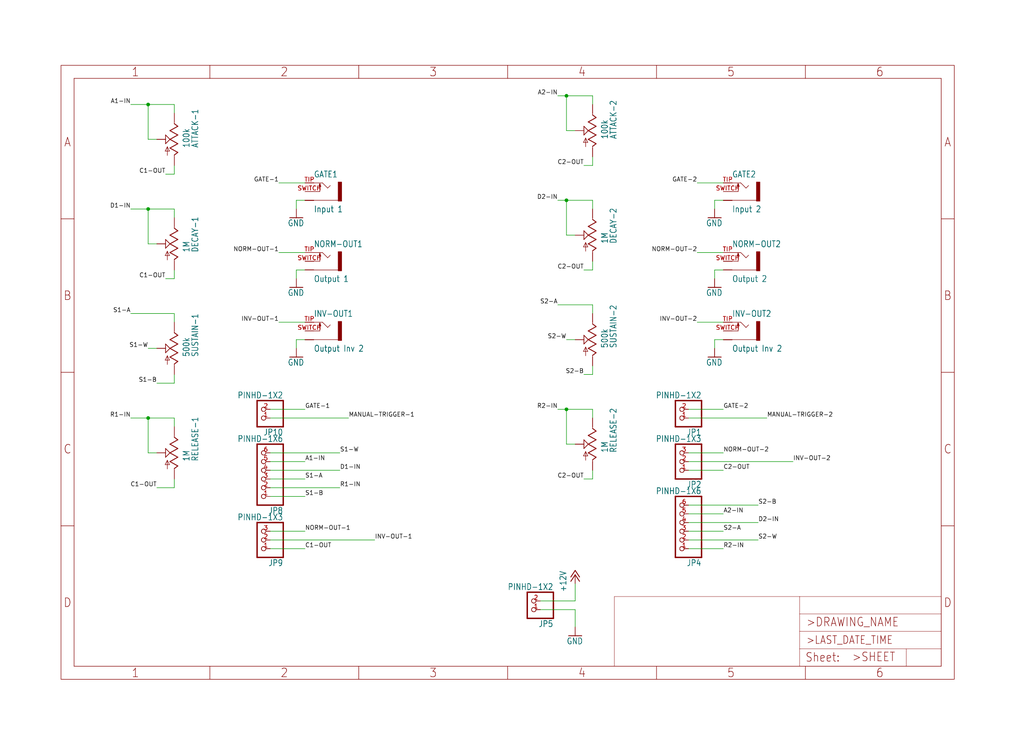
<source format=kicad_sch>
(kicad_sch (version 20211123) (generator eeschema)
  (paper "User" 298.45 217.881)
  (lib_symbols
    (symbol "ioboard-eagle-import:+12V" (power)
      (property "Value" "+12V" (at -2.54 -5.08 90))
      (symbol "+12V_1_0"
        (polyline (pts (xy 0 0) (xy -1.27 -1.905)) (stroke (width 0.254)))
        (polyline (pts (xy 0 1.27) (xy -1.27 -0.635)) (stroke (width 0.254)))
        (polyline (pts (xy 1.27 -1.905) (xy 0 0)) (stroke (width 0.254)))
        (polyline (pts (xy 1.27 -0.635) (xy 0 1.27)) (stroke (width 0.254)))
        (pin power_in line (at 0 -2.54 90) (length 2.54) (name "+12V") (number "1"))
      )
    )
    (symbol "ioboard-eagle-import:A4L-LOC"
      (symbol "A4L-LOC_0_0"
        (polyline (pts (xy 0 44.7675) (xy 3.81 44.7675)))
        (polyline (pts (xy 0 89.535) (xy 3.81 89.535)))
        (polyline (pts (xy 0 134.3025) (xy 3.81 134.3025)))
        (polyline (pts (xy 3.81 3.81) (xy 3.81 175.26)))
        (polyline (pts (xy 43.3917 0) (xy 43.3917 3.81)))
        (polyline (pts (xy 43.3917 175.26) (xy 43.3917 179.07)))
        (polyline (pts (xy 86.7833 0) (xy 86.7833 3.81)))
        (polyline (pts (xy 86.7833 175.26) (xy 86.7833 179.07)))
        (polyline (pts (xy 130.175 0) (xy 130.175 3.81)))
        (polyline (pts (xy 130.175 175.26) (xy 130.175 179.07)))
        (polyline (pts (xy 173.5667 0) (xy 173.5667 3.81)))
        (polyline (pts (xy 173.5667 175.26) (xy 173.5667 179.07)))
        (polyline (pts (xy 216.9583 0) (xy 216.9583 3.81)))
        (polyline (pts (xy 216.9583 175.26) (xy 216.9583 179.07)))
        (polyline (pts (xy 256.54 3.81) (xy 3.81 3.81)))
        (polyline (pts (xy 256.54 3.81) (xy 256.54 175.26)))
        (polyline (pts (xy 256.54 44.7675) (xy 260.35 44.7675)))
        (polyline (pts (xy 256.54 89.535) (xy 260.35 89.535)))
        (polyline (pts (xy 256.54 134.3025) (xy 260.35 134.3025)))
        (polyline (pts (xy 256.54 175.26) (xy 3.81 175.26)))
        (polyline (pts (xy 0 0) (xy 260.35 0) (xy 260.35 179.07) (xy 0 179.07) (xy 0 0)))
        (text "1" (at 21.6958 1.905 0) (effects (font (size 2.54 2.286))))
        (text "1" (at 21.6958 177.165 0) (effects (font (size 2.54 2.286))))
        (text "2" (at 65.0875 1.905 0) (effects (font (size 2.54 2.286))))
        (text "2" (at 65.0875 177.165 0) (effects (font (size 2.54 2.286))))
        (text "3" (at 108.4792 1.905 0) (effects (font (size 2.54 2.286))))
        (text "3" (at 108.4792 177.165 0) (effects (font (size 2.54 2.286))))
        (text "4" (at 151.8708 1.905 0) (effects (font (size 2.54 2.286))))
        (text "4" (at 151.8708 177.165 0) (effects (font (size 2.54 2.286))))
        (text "5" (at 195.2625 1.905 0) (effects (font (size 2.54 2.286))))
        (text "5" (at 195.2625 177.165 0) (effects (font (size 2.54 2.286))))
        (text "6" (at 238.6542 1.905 0) (effects (font (size 2.54 2.286))))
        (text "6" (at 238.6542 177.165 0) (effects (font (size 2.54 2.286))))
        (text "A" (at 1.905 156.6863 0) (effects (font (size 2.54 2.286))))
        (text "A" (at 258.445 156.6863 0) (effects (font (size 2.54 2.286))))
        (text "B" (at 1.905 111.9188 0) (effects (font (size 2.54 2.286))))
        (text "B" (at 258.445 111.9188 0) (effects (font (size 2.54 2.286))))
        (text "C" (at 1.905 67.1513 0) (effects (font (size 2.54 2.286))))
        (text "C" (at 258.445 67.1513 0) (effects (font (size 2.54 2.286))))
        (text "D" (at 1.905 22.3838 0) (effects (font (size 2.54 2.286))))
        (text "D" (at 258.445 22.3838 0) (effects (font (size 2.54 2.286))))
      )
      (symbol "A4L-LOC_1_0"
        (polyline (pts (xy 161.29 3.81) (xy 161.29 24.13)) (stroke (width 0.1016)))
        (polyline (pts (xy 161.29 24.13) (xy 215.265 24.13)) (stroke (width 0.1016)))
        (polyline (pts (xy 215.265 8.89) (xy 215.265 3.81)) (stroke (width 0.1016)))
        (polyline (pts (xy 215.265 8.89) (xy 215.265 13.97)) (stroke (width 0.1016)))
        (polyline (pts (xy 215.265 13.97) (xy 215.265 19.05)) (stroke (width 0.1016)))
        (polyline (pts (xy 215.265 13.97) (xy 256.54 13.97)) (stroke (width 0.1016)))
        (polyline (pts (xy 215.265 19.05) (xy 215.265 24.13)) (stroke (width 0.1016)))
        (polyline (pts (xy 215.265 19.05) (xy 256.54 19.05)) (stroke (width 0.1016)))
        (polyline (pts (xy 215.265 24.13) (xy 256.54 24.13)) (stroke (width 0.1016)))
        (polyline (pts (xy 246.38 3.81) (xy 246.38 8.89)) (stroke (width 0.1016)))
        (polyline (pts (xy 246.38 8.89) (xy 215.265 8.89)) (stroke (width 0.1016)))
        (polyline (pts (xy 246.38 8.89) (xy 256.54 8.89)) (stroke (width 0.1016)))
        (polyline (pts (xy 256.54 3.81) (xy 256.54 8.89)) (stroke (width 0.1016)))
        (polyline (pts (xy 256.54 8.89) (xy 256.54 13.97)) (stroke (width 0.1016)))
        (polyline (pts (xy 256.54 13.97) (xy 256.54 19.05)) (stroke (width 0.1016)))
        (polyline (pts (xy 256.54 19.05) (xy 256.54 24.13)) (stroke (width 0.1016)))
        (text ">DRAWING_NAME" (at 217.17 15.24 0) (effects (font (size 2.54 2.159)) (justify left bottom)))
        (text ">LAST_DATE_TIME" (at 217.17 10.16 0) (effects (font (size 2.286 1.9431)) (justify left bottom)))
        (text ">SHEET" (at 230.505 5.08 0) (effects (font (size 2.54 2.159)) (justify left bottom)))
        (text "Sheet:" (at 216.916 4.953 0) (effects (font (size 2.54 2.159)) (justify left bottom)))
      )
    )
    (symbol "ioboard-eagle-import:ALPHA-9MMA"
      (property "Reference" "R" (at -5.08 -2.54 90))
      (property "Value" "ALPHA-9MMA" (at -2.54 -2.54 90))
      (symbol "ALPHA-9MMA_1_0"
        (polyline (pts (xy -1.016 -3.81) (xy 1.27 -2.54)) (stroke (width 0.254)))
        (polyline (pts (xy -1.016 -1.27) (xy 1.27 0)) (stroke (width 0.254)))
        (polyline (pts (xy -1.016 1.27) (xy 1.27 2.54)) (stroke (width 0.254)))
        (polyline (pts (xy -1.016 3.81) (xy 0 4.572)) (stroke (width 0.254)))
        (polyline (pts (xy 0 -5.08) (xy 0 -4.572)) (stroke (width 0.1524)))
        (polyline (pts (xy 0 -4.572) (xy -1.016 -3.81)) (stroke (width 0.254)))
        (polyline (pts (xy 0 4.572) (xy 0 5.08)) (stroke (width 0.1524)))
        (polyline (pts (xy 1.27 -2.54) (xy -1.016 -1.27)) (stroke (width 0.254)))
        (polyline (pts (xy 1.27 0) (xy -1.016 1.27)) (stroke (width 0.254)))
        (polyline (pts (xy 1.27 0) (xy 2.54 1.27)) (stroke (width 0.2032)))
        (polyline (pts (xy 1.27 2.54) (xy -1.016 3.81)) (stroke (width 0.254)))
        (polyline (pts (xy 1.397 -3.429) (xy 2.032 -2.159)) (stroke (width 0.1524)))
        (polyline (pts (xy 2.032 -4.699) (xy 2.032 -2.159)) (stroke (width 0.1524)))
        (polyline (pts (xy 2.032 -2.159) (xy 2.667 -3.429)) (stroke (width 0.1524)))
        (polyline (pts (xy 2.54 -1.27) (xy 1.27 0)) (stroke (width 0.2032)))
        (polyline (pts (xy 2.54 1.27) (xy 2.54 -1.27)) (stroke (width 0.2032)))
        (polyline (pts (xy 2.667 -3.429) (xy 1.397 -3.429)) (stroke (width 0.1524)))
        (pin passive line (at 0 -7.62 90) (length 2.54) (name "A") (number "1"))
        (pin passive line (at 5.08 0 180) (length 2.54) (name "S") (number "2"))
        (pin passive line (at 0 7.62 270) (length 2.54) (name "E") (number "3"))
      )
    )
    (symbol "ioboard-eagle-import:GND" (power)
      (property "Value" "GND" (at -2.54 -2.54 0))
      (symbol "GND_1_0"
        (polyline (pts (xy -1.905 0) (xy 1.905 0)) (stroke (width 0.254)))
        (pin power_in line (at 0 2.54 270) (length 2.54) (name "GND") (number "1"))
      )
    )
    (symbol "ioboard-eagle-import:PINHD-1X2"
      (property "Reference" "JP" (at -6.35 5.715 0))
      (property "Value" "PINHD-1X2" (at -6.35 -5.08 0))
      (symbol "PINHD-1X2_1_0"
        (polyline (pts (xy -6.35 -2.54) (xy 1.27 -2.54)) (stroke (width 0.4064)))
        (polyline (pts (xy -6.35 5.08) (xy -6.35 -2.54)) (stroke (width 0.4064)))
        (polyline (pts (xy 1.27 -2.54) (xy 1.27 5.08)) (stroke (width 0.4064)))
        (polyline (pts (xy 1.27 5.08) (xy -6.35 5.08)) (stroke (width 0.4064)))
        (pin passive inverted (at -2.54 2.54 0) (length 2.54) (name "1") (number "1"))
        (pin passive inverted (at -2.54 0 0) (length 2.54) (name "2") (number "2"))
      )
    )
    (symbol "ioboard-eagle-import:PINHD-1X3"
      (property "Reference" "JP" (at -6.35 5.715 0))
      (property "Value" "PINHD-1X3" (at -6.35 -7.62 0))
      (symbol "PINHD-1X3_1_0"
        (polyline (pts (xy -6.35 -5.08) (xy 1.27 -5.08)) (stroke (width 0.4064)))
        (polyline (pts (xy -6.35 5.08) (xy -6.35 -5.08)) (stroke (width 0.4064)))
        (polyline (pts (xy 1.27 -5.08) (xy 1.27 5.08)) (stroke (width 0.4064)))
        (polyline (pts (xy 1.27 5.08) (xy -6.35 5.08)) (stroke (width 0.4064)))
        (pin passive inverted (at -2.54 2.54 0) (length 2.54) (name "1") (number "1"))
        (pin passive inverted (at -2.54 0 0) (length 2.54) (name "2") (number "2"))
        (pin passive inverted (at -2.54 -2.54 0) (length 2.54) (name "3") (number "3"))
      )
    )
    (symbol "ioboard-eagle-import:PINHD-1X6"
      (property "Reference" "JP" (at -6.35 10.795 0))
      (property "Value" "PINHD-1X6" (at -6.35 -10.16 0))
      (symbol "PINHD-1X6_1_0"
        (polyline (pts (xy -6.35 -7.62) (xy 1.27 -7.62)) (stroke (width 0.4064)))
        (polyline (pts (xy -6.35 10.16) (xy -6.35 -7.62)) (stroke (width 0.4064)))
        (polyline (pts (xy 1.27 -7.62) (xy 1.27 10.16)) (stroke (width 0.4064)))
        (polyline (pts (xy 1.27 10.16) (xy -6.35 10.16)) (stroke (width 0.4064)))
        (pin passive inverted (at -2.54 7.62 0) (length 2.54) (name "1") (number "1"))
        (pin passive inverted (at -2.54 5.08 0) (length 2.54) (name "2") (number "2"))
        (pin passive inverted (at -2.54 2.54 0) (length 2.54) (name "3") (number "3"))
        (pin passive inverted (at -2.54 0 0) (length 2.54) (name "4") (number "4"))
        (pin passive inverted (at -2.54 -2.54 0) (length 2.54) (name "5") (number "5"))
        (pin passive inverted (at -2.54 -5.08 0) (length 2.54) (name "6") (number "6"))
      )
    )
    (symbol "ioboard-eagle-import:PJ301BMPJ301BM"
      (property "Value" "PJ301BMPJ301BM" (at -2.54 -6.096 0))
      (symbol "PJ301BMPJ301BM_1_0"
        (polyline (pts (xy -2.54 -2.54) (xy 4.572 -2.54)) (stroke (width 0.1524)))
        (polyline (pts (xy -2.54 0) (xy -0.762 0)) (stroke (width 0.1524)))
        (polyline (pts (xy -2.54 2.54) (xy 0 2.54)) (stroke (width 0.1524)))
        (polyline (pts (xy -1.016 1.524) (xy -0.508 1.524)) (stroke (width 0.254)))
        (polyline (pts (xy -0.762 0) (xy -0.762 2.286)) (stroke (width 0.1524)))
        (polyline (pts (xy -0.762 2.286) (xy -1.016 1.524)) (stroke (width 0.254)))
        (polyline (pts (xy -0.508 1.524) (xy -0.762 2.286)) (stroke (width 0.254)))
        (polyline (pts (xy 0 2.54) (xy 1.524 1.016)) (stroke (width 0.1524)))
        (polyline (pts (xy 1.524 1.016) (xy 2.286 1.778)) (stroke (width 0.1524)))
        (rectangle (start 4.572 2.794) (end 5.588 -2.794) (fill (type outline)))
        (pin passive line (at -5.08 -2.54 0) (length 2.54) (name "5") (number "GND1"))
        (pin passive line (at -5.08 -2.54 0) (length 2.54) (name "5") (number "GND2"))
        (pin passive line (at -5.08 0 0) (length 2.54) (name "4") (number "SWITCH"))
        (pin passive line (at -5.08 2.54 0) (length 2.54) (name "3") (number "TIP"))
      )
    )
  )
  (junction (at 165.1 119.38))
  (junction (at 165.1 27.94))
  (junction (at 43.18 60.96))
  (junction (at 43.18 121.92))
  (junction (at 43.18 30.48))
  (junction (at 165.1 58.42))
  (wire (pts (xy 43.18 121.92) (xy 50.8 121.92)))
  (wire (pts (xy 172.72 91.44) (xy 172.72 88.9)))
  (wire (pts (xy 200.66 132.08) (xy 210.82 132.08)))
  (wire (pts (xy 78.74 132.08) (xy 99.06 132.08)))
  (wire (pts (xy 43.18 60.96) (xy 38.1 60.96)))
  (wire (pts (xy 88.9 73.66) (xy 81.28 73.66)))
  (wire (pts (xy 50.8 121.92) (xy 50.8 124.46)))
  (wire (pts (xy 78.74 119.38) (xy 88.9 119.38)))
  (wire (pts (xy 200.66 149.86) (xy 210.82 149.86)))
  (wire (pts (xy 208.28 60.96) (xy 208.28 58.42)))
  (wire (pts (xy 78.74 142.24) (xy 99.06 142.24)))
  (wire (pts (xy 45.72 40.64) (xy 43.18 40.64)))
  (wire (pts (xy 50.8 63.5) (xy 50.8 60.96)))
  (wire (pts (xy 200.66 119.38) (xy 210.82 119.38)))
  (wire (pts (xy 45.72 101.6) (xy 43.18 101.6)))
  (wire (pts (xy 86.36 58.42) (xy 88.9 58.42)))
  (wire (pts (xy 172.72 48.26) (xy 170.18 48.26)))
  (wire (pts (xy 157.48 175.26) (xy 167.64 175.26)))
  (wire (pts (xy 50.8 33.02) (xy 50.8 30.48)))
  (wire (pts (xy 165.1 129.54) (xy 165.1 119.38)))
  (wire (pts (xy 157.48 177.8) (xy 167.64 177.8)))
  (wire (pts (xy 50.8 48.26) (xy 50.8 50.8)))
  (wire (pts (xy 50.8 78.74) (xy 50.8 81.28)))
  (wire (pts (xy 50.8 81.28) (xy 48.26 81.28)))
  (wire (pts (xy 165.1 119.38) (xy 162.56 119.38)))
  (wire (pts (xy 86.36 99.06) (xy 88.9 99.06)))
  (wire (pts (xy 88.9 93.98) (xy 81.28 93.98)))
  (wire (pts (xy 165.1 27.94) (xy 162.56 27.94)))
  (wire (pts (xy 43.18 40.64) (xy 43.18 30.48)))
  (wire (pts (xy 50.8 30.48) (xy 43.18 30.48)))
  (wire (pts (xy 78.74 157.48) (xy 109.22 157.48)))
  (wire (pts (xy 50.8 60.96) (xy 43.18 60.96)))
  (wire (pts (xy 200.66 157.48) (xy 220.98 157.48)))
  (wire (pts (xy 78.74 160.02) (xy 88.9 160.02)))
  (wire (pts (xy 172.72 106.68) (xy 172.72 109.22)))
  (wire (pts (xy 167.64 129.54) (xy 165.1 129.54)))
  (wire (pts (xy 45.72 132.08) (xy 43.18 132.08)))
  (wire (pts (xy 78.74 134.62) (xy 88.9 134.62)))
  (wire (pts (xy 172.72 137.16) (xy 172.72 139.7)))
  (wire (pts (xy 210.82 93.98) (xy 203.2 93.98)))
  (wire (pts (xy 172.72 139.7) (xy 170.18 139.7)))
  (wire (pts (xy 43.18 71.12) (xy 43.18 60.96)))
  (wire (pts (xy 43.18 132.08) (xy 43.18 121.92)))
  (wire (pts (xy 200.66 134.62) (xy 231.14 134.62)))
  (wire (pts (xy 50.8 93.98) (xy 50.8 91.44)))
  (wire (pts (xy 167.64 175.26) (xy 167.64 170.18)))
  (wire (pts (xy 50.8 111.76) (xy 45.72 111.76)))
  (wire (pts (xy 200.66 152.4) (xy 220.98 152.4)))
  (wire (pts (xy 200.66 160.02) (xy 210.82 160.02)))
  (wire (pts (xy 50.8 142.24) (xy 45.72 142.24)))
  (wire (pts (xy 172.72 119.38) (xy 165.1 119.38)))
  (wire (pts (xy 200.66 154.94) (xy 210.82 154.94)))
  (wire (pts (xy 210.82 53.34) (xy 203.2 53.34)))
  (wire (pts (xy 208.28 101.6) (xy 208.28 99.06)))
  (wire (pts (xy 210.82 73.66) (xy 203.2 73.66)))
  (wire (pts (xy 50.8 109.22) (xy 50.8 111.76)))
  (wire (pts (xy 167.64 177.8) (xy 167.64 182.88)))
  (wire (pts (xy 172.72 58.42) (xy 165.1 58.42)))
  (wire (pts (xy 167.64 68.58) (xy 165.1 68.58)))
  (wire (pts (xy 172.72 76.2) (xy 172.72 78.74)))
  (wire (pts (xy 165.1 58.42) (xy 162.56 58.42)))
  (wire (pts (xy 165.1 38.1) (xy 165.1 27.94)))
  (wire (pts (xy 200.66 147.32) (xy 220.98 147.32)))
  (wire (pts (xy 50.8 91.44) (xy 38.1 91.44)))
  (wire (pts (xy 172.72 109.22) (xy 170.18 109.22)))
  (wire (pts (xy 78.74 144.78) (xy 88.9 144.78)))
  (wire (pts (xy 172.72 88.9) (xy 162.56 88.9)))
  (wire (pts (xy 165.1 68.58) (xy 165.1 58.42)))
  (wire (pts (xy 208.28 99.06) (xy 210.82 99.06)))
  (wire (pts (xy 200.66 121.92) (xy 223.52 121.92)))
  (wire (pts (xy 172.72 121.92) (xy 172.72 119.38)))
  (wire (pts (xy 78.74 139.7) (xy 88.9 139.7)))
  (wire (pts (xy 45.72 71.12) (xy 43.18 71.12)))
  (wire (pts (xy 200.66 137.16) (xy 210.82 137.16)))
  (wire (pts (xy 167.64 99.06) (xy 165.1 99.06)))
  (wire (pts (xy 43.18 30.48) (xy 38.1 30.48)))
  (wire (pts (xy 167.64 38.1) (xy 165.1 38.1)))
  (wire (pts (xy 86.36 81.28) (xy 86.36 78.74)))
  (wire (pts (xy 172.72 30.48) (xy 172.72 27.94)))
  (wire (pts (xy 86.36 101.6) (xy 86.36 99.06)))
  (wire (pts (xy 172.72 45.72) (xy 172.72 48.26)))
  (wire (pts (xy 78.74 121.92) (xy 101.6 121.92)))
  (wire (pts (xy 86.36 78.74) (xy 88.9 78.74)))
  (wire (pts (xy 172.72 60.96) (xy 172.72 58.42)))
  (wire (pts (xy 86.36 60.96) (xy 86.36 58.42)))
  (wire (pts (xy 78.74 154.94) (xy 88.9 154.94)))
  (wire (pts (xy 50.8 50.8) (xy 48.26 50.8)))
  (wire (pts (xy 43.18 121.92) (xy 38.1 121.92)))
  (wire (pts (xy 88.9 53.34) (xy 81.28 53.34)))
  (wire (pts (xy 172.72 78.74) (xy 170.18 78.74)))
  (wire (pts (xy 50.8 139.7) (xy 50.8 142.24)))
  (wire (pts (xy 208.28 81.28) (xy 208.28 78.74)))
  (wire (pts (xy 78.74 137.16) (xy 99.06 137.16)))
  (wire (pts (xy 208.28 58.42) (xy 210.82 58.42)))
  (wire (pts (xy 208.28 78.74) (xy 210.82 78.74)))
  (wire (pts (xy 172.72 27.94) (xy 165.1 27.94)))
  (label "R2-IN" (at 162.56 119.38 180) (effects (font (size 1.2446 1.2446))))
  (label "C1-OUT" (at 88.9 160.02 0) (effects (font (size 1.2446 1.2446))))
  (label "INV-OUT-1" (at 81.28 93.98 180) (effects (font (size 1.2446 1.2446))))
  (label "NORM-OUT-1" (at 88.9 154.94 0) (effects (font (size 1.2446 1.2446))))
  (label "S2-W" (at 220.98 157.48 0) (effects (font (size 1.2446 1.2446))))
  (label "A1-IN" (at 38.1 30.48 180) (effects (font (size 1.2446 1.2446))))
  (label "S1-B" (at 88.9 144.78 0) (effects (font (size 1.2446 1.2446))))
  (label "S2-A" (at 210.82 154.94 0) (effects (font (size 1.2446 1.2446))))
  (label "D1-IN" (at 99.06 137.16 0) (effects (font (size 1.2446 1.2446))))
  (label "MANUAL-TRIGGER-2" (at 223.52 121.92 0) (effects (font (size 1.2446 1.2446))))
  (label "NORM-OUT-2" (at 210.82 132.08 0) (effects (font (size 1.2446 1.2446))))
  (label "C2-OUT" (at 170.18 48.26 180) (effects (font (size 1.2446 1.2446))))
  (label "S2-A" (at 162.56 88.9 180) (effects (font (size 1.2446 1.2446))))
  (label "C2-OUT" (at 170.18 139.7 180) (effects (font (size 1.2446 1.2446))))
  (label "S2-B" (at 170.18 109.22 180) (effects (font (size 1.2446 1.2446))))
  (label "GATE-1" (at 81.28 53.34 180) (effects (font (size 1.2446 1.2446))))
  (label "R1-IN" (at 99.06 142.24 0) (effects (font (size 1.2446 1.2446))))
  (label "A2-IN" (at 162.56 27.94 180) (effects (font (size 1.2446 1.2446))))
  (label "INV-OUT-1" (at 109.22 157.48 0) (effects (font (size 1.2446 1.2446))))
  (label "A2-IN" (at 210.82 149.86 0) (effects (font (size 1.2446 1.2446))))
  (label "C1-OUT" (at 48.26 50.8 180) (effects (font (size 1.2446 1.2446))))
  (label "NORM-OUT-1" (at 81.28 73.66 180) (effects (font (size 1.2446 1.2446))))
  (label "NORM-OUT-2" (at 203.2 73.66 180) (effects (font (size 1.2446 1.2446))))
  (label "S1-W" (at 99.06 132.08 0) (effects (font (size 1.2446 1.2446))))
  (label "GATE-2" (at 210.82 119.38 0) (effects (font (size 1.2446 1.2446))))
  (label "R2-IN" (at 210.82 160.02 0) (effects (font (size 1.2446 1.2446))))
  (label "S1-A" (at 88.9 139.7 0) (effects (font (size 1.2446 1.2446))))
  (label "MANUAL-TRIGGER-1" (at 101.6 121.92 0) (effects (font (size 1.2446 1.2446))))
  (label "D1-IN" (at 38.1 60.96 180) (effects (font (size 1.2446 1.2446))))
  (label "A1-IN" (at 88.9 134.62 0) (effects (font (size 1.2446 1.2446))))
  (label "INV-OUT-2" (at 203.2 93.98 180) (effects (font (size 1.2446 1.2446))))
  (label "S2-W" (at 165.1 99.06 180) (effects (font (size 1.2446 1.2446))))
  (label "C2-OUT" (at 170.18 78.74 180) (effects (font (size 1.2446 1.2446))))
  (label "C1-OUT" (at 48.26 81.28 180) (effects (font (size 1.2446 1.2446))))
  (label "C2-OUT" (at 210.82 137.16 0) (effects (font (size 1.2446 1.2446))))
  (label "D2-IN" (at 220.98 152.4 0) (effects (font (size 1.2446 1.2446))))
  (label "INV-OUT-2" (at 231.14 134.62 0) (effects (font (size 1.2446 1.2446))))
  (label "GATE-1" (at 88.9 119.38 0) (effects (font (size 1.2446 1.2446))))
  (label "R1-IN" (at 38.1 121.92 180) (effects (font (size 1.2446 1.2446))))
  (label "D2-IN" (at 162.56 58.42 180) (effects (font (size 1.2446 1.2446))))
  (label "S1-A" (at 38.1 91.44 180) (effects (font (size 1.2446 1.2446))))
  (label "C1-OUT" (at 45.72 142.24 180) (effects (font (size 1.2446 1.2446))))
  (label "GATE-2" (at 203.2 53.34 180) (effects (font (size 1.2446 1.2446))))
  (label "S1-B" (at 45.72 111.76 180) (effects (font (size 1.2446 1.2446))))
  (label "S2-B" (at 220.98 147.32 0) (effects (font (size 1.2446 1.2446))))
  (label "S1-W" (at 43.18 101.6 180) (effects (font (size 1.2446 1.2446))))
  (symbol (lib_id "ioboard-eagle-import:GND") (at 208.28 63.5 0) (unit 1)
    (property "Reference" "#GND4" (effects hide))
    (property "Value" "GND" (at 205.74 66.04 0) (effects (font (size 1.778 1.5113)) (justify left bottom)))
    (property "Footprint" "ioboard:" (effects hide))
  )
  (symbol (lib_id "ioboard-eagle-import:PJ301BMPJ301BM") (at 93.98 55.88 0) (unit 1)
    (property "Reference" "GATE1" (at 91.44 51.816 0) (effects (font (size 1.778 1.5113)) (justify left bottom)))
    (property "Value" "Input 1" (at 91.44 61.976 0) (effects (font (size 1.778 1.5113)) (justify left bottom)))
    (property "Footprint" "ioboard:PJ301BM" (effects hide))
  )
  (symbol (lib_id "ioboard-eagle-import:GND") (at 86.36 63.5 0) (unit 1)
    (property "Reference" "#GND3" (effects hide))
    (property "Value" "GND" (at 83.82 66.04 0) (effects (font (size 1.778 1.5113)) (justify left bottom)))
    (property "Footprint" "ioboard:" (effects hide))
  )
  (symbol (lib_id "ioboard-eagle-import:GND") (at 208.28 83.82 0) (unit 1)
    (property "Reference" "#GND5" (effects hide))
    (property "Value" "GND" (at 205.74 86.36 0) (effects (font (size 1.778 1.5113)) (justify left bottom)))
    (property "Footprint" "ioboard:" (effects hide))
  )
  (symbol (lib_id "ioboard-eagle-import:GND") (at 167.64 185.42 0) (unit 1)
    (property "Reference" "#GND19" (effects hide))
    (property "Value" "GND" (at 165.1 187.96 0) (effects (font (size 1.778 1.5113)) (justify left bottom)))
    (property "Footprint" "ioboard:" (effects hide))
  )
  (symbol (lib_id "ioboard-eagle-import:PINHD-1X2") (at 154.94 175.26 180) (unit 1)
    (property "Reference" "JP5" (at 161.29 180.975 0) (effects (font (size 1.778 1.5113)) (justify left bottom)))
    (property "Value" "PINHD-1X2" (at 161.29 170.18 0) (effects (font (size 1.778 1.5113)) (justify left bottom)))
    (property "Footprint" "ioboard:1X02" (effects hide))
  )
  (symbol (lib_id "ioboard-eagle-import:ALPHA-9MMA") (at 50.8 132.08 0) (mirror y) (unit 1)
    (property "Reference" "RELEASE-1" (at 55.88 134.62 90) (effects (font (size 1.778 1.5113)) (justify left bottom)))
    (property "Value" "1M" (at 53.34 134.62 90) (effects (font (size 1.778 1.5113)) (justify left bottom)))
    (property "Footprint" "ioboard:EVUF" (effects hide))
  )
  (symbol (lib_id "ioboard-eagle-import:ALPHA-9MMA") (at 172.72 38.1 0) (mirror y) (unit 1)
    (property "Reference" "ATTACK-2" (at 177.8 40.64 90) (effects (font (size 1.778 1.5113)) (justify left bottom)))
    (property "Value" "100k" (at 175.26 40.64 90) (effects (font (size 1.778 1.5113)) (justify left bottom)))
    (property "Footprint" "ioboard:EVUF" (effects hide))
  )
  (symbol (lib_id "ioboard-eagle-import:ALPHA-9MMA") (at 50.8 101.6 0) (mirror y) (unit 1)
    (property "Reference" "SUSTAIN-1" (at 55.88 104.14 90) (effects (font (size 1.778 1.5113)) (justify left bottom)))
    (property "Value" "500k" (at 53.34 104.14 90) (effects (font (size 1.778 1.5113)) (justify left bottom)))
    (property "Footprint" "ioboard:EVUF" (effects hide))
  )
  (symbol (lib_id "ioboard-eagle-import:GND") (at 208.28 104.14 0) (unit 1)
    (property "Reference" "#GND6" (effects hide))
    (property "Value" "GND" (at 205.74 106.68 0) (effects (font (size 1.778 1.5113)) (justify left bottom)))
    (property "Footprint" "ioboard:" (effects hide))
  )
  (symbol (lib_id "ioboard-eagle-import:PINHD-1X2") (at 76.2 119.38 180) (unit 1)
    (property "Reference" "JP10" (at 82.55 125.095 0) (effects (font (size 1.778 1.5113)) (justify left bottom)))
    (property "Value" "PINHD-1X2" (at 82.55 114.3 0) (effects (font (size 1.778 1.5113)) (justify left bottom)))
    (property "Footprint" "ioboard:1X02" (effects hide))
  )
  (symbol (lib_id "ioboard-eagle-import:PINHD-1X3") (at 198.12 134.62 180) (unit 1)
    (property "Reference" "JP2" (at 204.47 140.335 0) (effects (font (size 1.778 1.5113)) (justify left bottom)))
    (property "Value" "PINHD-1X3" (at 204.47 127 0) (effects (font (size 1.778 1.5113)) (justify left bottom)))
    (property "Footprint" "ioboard:1X03" (effects hide))
  )
  (symbol (lib_id "ioboard-eagle-import:PINHD-1X6") (at 76.2 137.16 180) (unit 1)
    (property "Reference" "JP8" (at 82.55 147.955 0) (effects (font (size 1.778 1.5113)) (justify left bottom)))
    (property "Value" "PINHD-1X6" (at 82.55 127 0) (effects (font (size 1.778 1.5113)) (justify left bottom)))
    (property "Footprint" "ioboard:1X06" (effects hide))
  )
  (symbol (lib_id "ioboard-eagle-import:PJ301BMPJ301BM") (at 215.9 96.52 0) (unit 1)
    (property "Reference" "INV-OUT2" (at 213.36 92.456 0) (effects (font (size 1.778 1.5113)) (justify left bottom)))
    (property "Value" "Output Inv 2" (at 213.36 102.616 0) (effects (font (size 1.778 1.5113)) (justify left bottom)))
    (property "Footprint" "ioboard:PJ301BM" (effects hide))
  )
  (symbol (lib_id "ioboard-eagle-import:PINHD-1X2") (at 198.12 119.38 180) (unit 1)
    (property "Reference" "JP1" (at 204.47 125.095 0) (effects (font (size 1.778 1.5113)) (justify left bottom)))
    (property "Value" "PINHD-1X2" (at 204.47 114.3 0) (effects (font (size 1.778 1.5113)) (justify left bottom)))
    (property "Footprint" "ioboard:1X02" (effects hide))
  )
  (symbol (lib_id "ioboard-eagle-import:PINHD-1X3") (at 76.2 157.48 180) (unit 1)
    (property "Reference" "JP9" (at 82.55 163.195 0) (effects (font (size 1.778 1.5113)) (justify left bottom)))
    (property "Value" "PINHD-1X3" (at 82.55 149.86 0) (effects (font (size 1.778 1.5113)) (justify left bottom)))
    (property "Footprint" "ioboard:1X03" (effects hide))
  )
  (symbol (lib_id "ioboard-eagle-import:GND") (at 86.36 83.82 0) (unit 1)
    (property "Reference" "#GND2" (effects hide))
    (property "Value" "GND" (at 83.82 86.36 0) (effects (font (size 1.778 1.5113)) (justify left bottom)))
    (property "Footprint" "ioboard:" (effects hide))
  )
  (symbol (lib_id "ioboard-eagle-import:PINHD-1X6") (at 198.12 152.4 180) (unit 1)
    (property "Reference" "JP4" (at 204.47 163.195 0) (effects (font (size 1.778 1.5113)) (justify left bottom)))
    (property "Value" "PINHD-1X6" (at 204.47 142.24 0) (effects (font (size 1.778 1.5113)) (justify left bottom)))
    (property "Footprint" "ioboard:1X06" (effects hide))
  )
  (symbol (lib_id "ioboard-eagle-import:ALPHA-9MMA") (at 172.72 99.06 0) (mirror y) (unit 1)
    (property "Reference" "SUSTAIN-2" (at 177.8 101.6 90) (effects (font (size 1.778 1.5113)) (justify left bottom)))
    (property "Value" "500k" (at 175.26 101.6 90) (effects (font (size 1.778 1.5113)) (justify left bottom)))
    (property "Footprint" "ioboard:EVUF" (effects hide))
  )
  (symbol (lib_id "ioboard-eagle-import:PJ301BMPJ301BM") (at 93.98 76.2 0) (unit 1)
    (property "Reference" "NORM-OUT1" (at 91.44 72.136 0) (effects (font (size 1.778 1.5113)) (justify left bottom)))
    (property "Value" "Output 1" (at 91.44 82.296 0) (effects (font (size 1.778 1.5113)) (justify left bottom)))
    (property "Footprint" "ioboard:PJ301BM" (effects hide))
  )
  (symbol (lib_id "ioboard-eagle-import:PJ301BMPJ301BM") (at 215.9 76.2 0) (unit 1)
    (property "Reference" "NORM-OUT2" (at 213.36 72.136 0) (effects (font (size 1.778 1.5113)) (justify left bottom)))
    (property "Value" "Output 2" (at 213.36 82.296 0) (effects (font (size 1.778 1.5113)) (justify left bottom)))
    (property "Footprint" "ioboard:PJ301BM" (effects hide))
  )
  (symbol (lib_id "ioboard-eagle-import:ALPHA-9MMA") (at 172.72 68.58 0) (mirror y) (unit 1)
    (property "Reference" "DECAY-2" (at 177.8 71.12 90) (effects (font (size 1.778 1.5113)) (justify left bottom)))
    (property "Value" "1M" (at 175.26 71.12 90) (effects (font (size 1.778 1.5113)) (justify left bottom)))
    (property "Footprint" "ioboard:EVUF" (effects hide))
  )
  (symbol (lib_id "ioboard-eagle-import:+12V") (at 167.64 167.64 0) (unit 1)
    (property "Reference" "#P+11" (effects hide))
    (property "Value" "+12V" (at 165.1 172.72 90) (effects (font (size 1.778 1.5113)) (justify left bottom)))
    (property "Footprint" "ioboard:" (effects hide))
  )
  (symbol (lib_id "ioboard-eagle-import:ALPHA-9MMA") (at 50.8 71.12 0) (mirror y) (unit 1)
    (property "Reference" "DECAY-1" (at 55.88 73.66 90) (effects (font (size 1.778 1.5113)) (justify left bottom)))
    (property "Value" "1M" (at 53.34 73.66 90) (effects (font (size 1.778 1.5113)) (justify left bottom)))
    (property "Footprint" "ioboard:EVUF" (effects hide))
  )
  (symbol (lib_id "ioboard-eagle-import:A4L-LOC") (at 17.78 198.12 0) (unit 1)
    (property "Reference" "#FRAME1" (effects hide))
    (property "Value" "A4L-LOC" (effects hide))
    (property "Footprint" "ioboard:" (effects hide))
  )
  (symbol (lib_id "ioboard-eagle-import:ALPHA-9MMA") (at 50.8 40.64 0) (mirror y) (unit 1)
    (property "Reference" "ATTACK-1" (at 55.88 43.18 90) (effects (font (size 1.778 1.5113)) (justify left bottom)))
    (property "Value" "100k" (at 53.34 43.18 90) (effects (font (size 1.778 1.5113)) (justify left bottom)))
    (property "Footprint" "ioboard:EVUF" (effects hide))
  )
  (symbol (lib_id "ioboard-eagle-import:PJ301BMPJ301BM") (at 93.98 96.52 0) (unit 1)
    (property "Reference" "INV-OUT1" (at 91.44 92.456 0) (effects (font (size 1.778 1.5113)) (justify left bottom)))
    (property "Value" "Output Inv 2" (at 91.44 102.616 0) (effects (font (size 1.778 1.5113)) (justify left bottom)))
    (property "Footprint" "ioboard:PJ301BM" (effects hide))
  )
  (symbol (lib_id "ioboard-eagle-import:PJ301BMPJ301BM") (at 215.9 55.88 0) (unit 1)
    (property "Reference" "GATE2" (at 213.36 51.816 0) (effects (font (size 1.778 1.5113)) (justify left bottom)))
    (property "Value" "Input 2" (at 213.36 61.976 0) (effects (font (size 1.778 1.5113)) (justify left bottom)))
    (property "Footprint" "ioboard:PJ301BM" (effects hide))
  )
  (symbol (lib_id "ioboard-eagle-import:ALPHA-9MMA") (at 172.72 129.54 0) (mirror y) (unit 1)
    (property "Reference" "RELEASE-2" (at 177.8 132.08 90) (effects (font (size 1.778 1.5113)) (justify left bottom)))
    (property "Value" "1M" (at 175.26 132.08 90) (effects (font (size 1.778 1.5113)) (justify left bottom)))
    (property "Footprint" "ioboard:EVUF" (effects hide))
  )
  (symbol (lib_id "ioboard-eagle-import:GND") (at 86.36 104.14 0) (unit 1)
    (property "Reference" "#GND1" (effects hide))
    (property "Value" "GND" (at 83.82 106.68 0) (effects (font (size 1.778 1.5113)) (justify left bottom)))
    (property "Footprint" "ioboard:" (effects hide))
  )
)
</source>
